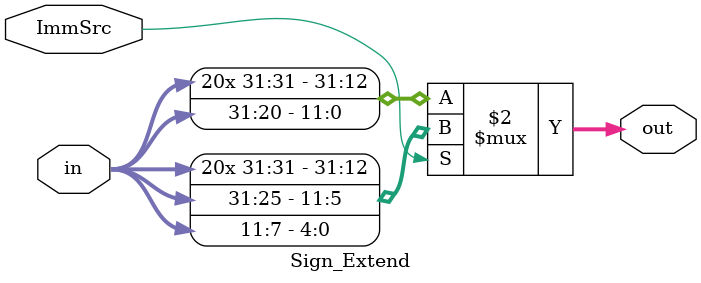
<source format=v>
/****************************************************************
 - Project        : RISC-V Design
 - File name      : Sign_Extend.v
 - Description    : Sign bits extension
 - Owner          : Hyuntaek.Jung
 - Revision History : 1) 2024.10.07 : Initial release
****************************************************************/
module Sign_Extend #(
    parameter N=32
    )(
    input [N-1:0] in,
    input ImmSrc,
    output [N-1:0] out
    );
    assign out = (ImmSrc == 1'b1) ? ({{20{in[31]}},in[31:25],in[11:7]}):// S - type (immediate value 사용할 때 사용)
                                        {{20{in[31]}},in[31:20]} ;      // I - type (load 명령어 or immediate value 사용할 때 사용)
endmodule
</source>
